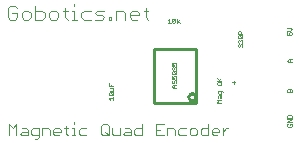
<source format=gto>
G75*
G70*
%OFA0B0*%
%FSLAX24Y24*%
%IPPOS*%
%LPD*%
%AMOC8*
5,1,8,0,0,1.08239X$1,22.5*
%
%ADD10C,0.0030*%
%ADD11C,0.0010*%
%ADD12C,0.0040*%
%ADD13C,0.0100*%
D10*
X001326Y000672D02*
X001388Y000672D01*
X001449Y000734D01*
X001449Y001042D01*
X001264Y001042D01*
X001202Y000981D01*
X001202Y000857D01*
X001264Y000796D01*
X001449Y000796D01*
X001571Y000796D02*
X001571Y001042D01*
X001756Y001042D01*
X001818Y000981D01*
X001818Y000796D01*
X001939Y000857D02*
X001939Y000981D01*
X002001Y001042D01*
X002124Y001042D01*
X002186Y000981D01*
X002186Y000919D01*
X001939Y000919D01*
X001939Y000857D02*
X002001Y000796D01*
X002124Y000796D01*
X002369Y000857D02*
X002431Y000796D01*
X002369Y000857D02*
X002369Y001104D01*
X002307Y001042D02*
X002431Y001042D01*
X002553Y001042D02*
X002615Y001042D01*
X002615Y000796D01*
X002676Y000796D02*
X002553Y000796D01*
X002798Y000857D02*
X002860Y000796D01*
X003045Y000796D01*
X002798Y000857D02*
X002798Y000981D01*
X002860Y001042D01*
X003045Y001042D01*
X002615Y001166D02*
X002615Y001228D01*
X003535Y001104D02*
X003535Y000857D01*
X003597Y000796D01*
X003720Y000796D01*
X003782Y000857D01*
X003782Y001104D01*
X003720Y001166D01*
X003597Y001166D01*
X003535Y001104D01*
X003658Y000919D02*
X003782Y000796D01*
X003903Y000857D02*
X003965Y000796D01*
X004150Y000796D01*
X004150Y001042D01*
X004333Y001042D02*
X004457Y001042D01*
X004518Y000981D01*
X004518Y000796D01*
X004333Y000796D01*
X004272Y000857D01*
X004333Y000919D01*
X004518Y000919D01*
X004640Y000857D02*
X004702Y000796D01*
X004887Y000796D01*
X004887Y001166D01*
X004887Y001042D02*
X004702Y001042D01*
X004640Y000981D01*
X004640Y000857D01*
X003903Y000857D02*
X003903Y001042D01*
X005376Y000981D02*
X005500Y000981D01*
X005745Y001042D02*
X005930Y001042D01*
X005992Y000981D01*
X005992Y000796D01*
X006113Y000857D02*
X006175Y000796D01*
X006360Y000796D01*
X006481Y000857D02*
X006543Y000796D01*
X006667Y000796D01*
X006728Y000857D01*
X006728Y000981D01*
X006667Y001042D01*
X006543Y001042D01*
X006481Y000981D01*
X006481Y000857D01*
X006360Y001042D02*
X006175Y001042D01*
X006113Y000981D01*
X006113Y000857D01*
X005745Y000796D02*
X005745Y001042D01*
X005623Y001166D02*
X005376Y001166D01*
X005376Y000796D01*
X005623Y000796D01*
X006850Y000857D02*
X006911Y000796D01*
X007097Y000796D01*
X007097Y001166D01*
X007097Y001042D02*
X006911Y001042D01*
X006850Y000981D01*
X006850Y000857D01*
X007218Y000857D02*
X007218Y000981D01*
X007280Y001042D01*
X007403Y001042D01*
X007465Y000981D01*
X007465Y000919D01*
X007218Y000919D01*
X007218Y000857D02*
X007280Y000796D01*
X007403Y000796D01*
X007586Y000796D02*
X007586Y001042D01*
X007586Y000919D02*
X007710Y001042D01*
X007771Y001042D01*
X001081Y000981D02*
X001081Y000796D01*
X000896Y000796D01*
X000834Y000857D01*
X000896Y000919D01*
X001081Y000919D01*
X001081Y000981D02*
X001019Y001042D01*
X000896Y001042D01*
X000713Y001166D02*
X000713Y000796D01*
X000466Y000796D02*
X000466Y001166D01*
X000589Y001042D01*
X000713Y001166D01*
D11*
X003796Y002036D02*
X003846Y001986D01*
X003796Y002036D02*
X003946Y002036D01*
X003946Y001986D02*
X003946Y002086D01*
X003921Y002133D02*
X003821Y002233D01*
X003921Y002233D01*
X003946Y002208D01*
X003946Y002158D01*
X003921Y002133D01*
X003821Y002133D01*
X003796Y002158D01*
X003796Y002208D01*
X003821Y002233D01*
X003846Y002280D02*
X003921Y002280D01*
X003946Y002305D01*
X003946Y002380D01*
X003846Y002380D01*
X003871Y002428D02*
X003871Y002478D01*
X003946Y002428D02*
X003796Y002428D01*
X003796Y002528D01*
X005896Y002558D02*
X005921Y002533D01*
X005946Y002533D01*
X005971Y002558D01*
X005971Y002608D01*
X005996Y002633D01*
X006021Y002633D01*
X006046Y002608D01*
X006046Y002558D01*
X006021Y002533D01*
X006046Y002486D02*
X005946Y002486D01*
X005896Y002436D01*
X005946Y002386D01*
X006046Y002386D01*
X005971Y002386D02*
X005971Y002486D01*
X005896Y002558D02*
X005896Y002608D01*
X005921Y002633D01*
X005896Y002680D02*
X005971Y002680D01*
X005946Y002730D01*
X005946Y002755D01*
X005971Y002780D01*
X006021Y002780D01*
X006046Y002755D01*
X006046Y002705D01*
X006021Y002680D01*
X005896Y002680D02*
X005896Y002780D01*
X005921Y002828D02*
X005896Y002853D01*
X005896Y002903D01*
X005921Y002928D01*
X006021Y002828D01*
X006046Y002853D01*
X006046Y002903D01*
X006021Y002928D01*
X005921Y002928D01*
X005921Y002975D02*
X005896Y003000D01*
X005896Y003050D01*
X005921Y003075D01*
X005946Y003075D01*
X005971Y003050D01*
X005996Y003075D01*
X006021Y003075D01*
X006046Y003050D01*
X006046Y003000D01*
X006021Y002975D01*
X005971Y003025D02*
X005971Y003050D01*
X005971Y003122D02*
X005946Y003172D01*
X005946Y003197D01*
X005971Y003222D01*
X006021Y003222D01*
X006046Y003197D01*
X006046Y003147D01*
X006021Y003122D01*
X005971Y003122D02*
X005896Y003122D01*
X005896Y003222D01*
X005921Y002828D02*
X006021Y002828D01*
X007396Y002722D02*
X007496Y002622D01*
X007471Y002647D02*
X007546Y002722D01*
X007546Y002622D02*
X007396Y002622D01*
X007421Y002575D02*
X007396Y002550D01*
X007396Y002500D01*
X007421Y002475D01*
X007521Y002475D01*
X007546Y002500D01*
X007546Y002550D01*
X007521Y002575D01*
X007421Y002575D01*
X007446Y002280D02*
X007446Y002205D01*
X007471Y002180D01*
X007521Y002180D01*
X007546Y002205D01*
X007546Y002280D01*
X007571Y002280D02*
X007446Y002280D01*
X007571Y002280D02*
X007596Y002255D01*
X007596Y002230D01*
X007546Y002133D02*
X007546Y002058D01*
X007521Y002033D01*
X007496Y002058D01*
X007496Y002133D01*
X007471Y002133D02*
X007546Y002133D01*
X007471Y002133D02*
X007446Y002108D01*
X007446Y002058D01*
X007396Y001986D02*
X007546Y001986D01*
X007446Y001936D02*
X007396Y001986D01*
X007446Y001936D02*
X007396Y001886D01*
X007546Y001886D01*
X007956Y002511D02*
X007956Y002611D01*
X007906Y002561D02*
X008006Y002561D01*
X009746Y002311D02*
X009746Y002236D01*
X009896Y002236D01*
X009896Y002311D01*
X009871Y002336D01*
X009846Y002336D01*
X009821Y002311D01*
X009821Y002236D01*
X009821Y002311D02*
X009796Y002336D01*
X009771Y002336D01*
X009746Y002311D01*
X009771Y001480D02*
X009746Y001455D01*
X009746Y001380D01*
X009896Y001380D01*
X009896Y001455D01*
X009871Y001480D01*
X009771Y001480D01*
X009746Y001333D02*
X009896Y001333D01*
X009746Y001233D01*
X009896Y001233D01*
X009871Y001186D02*
X009896Y001161D01*
X009896Y001111D01*
X009871Y001086D01*
X009771Y001086D01*
X009746Y001111D01*
X009746Y001161D01*
X009771Y001186D01*
X009821Y001186D02*
X009821Y001136D01*
X009821Y001186D02*
X009871Y001186D01*
X009896Y003236D02*
X009796Y003236D01*
X009746Y003286D01*
X009796Y003336D01*
X009896Y003336D01*
X009821Y003336D02*
X009821Y003236D01*
X008246Y003761D02*
X008221Y003736D01*
X008246Y003761D02*
X008246Y003811D01*
X008221Y003836D01*
X008196Y003836D01*
X008171Y003811D01*
X008171Y003786D01*
X008171Y003811D02*
X008146Y003836D01*
X008121Y003836D01*
X008096Y003811D01*
X008096Y003761D01*
X008121Y003736D01*
X008121Y003883D02*
X008096Y003908D01*
X008096Y003958D01*
X008121Y003983D01*
X008146Y003983D01*
X008171Y003958D01*
X008196Y003983D01*
X008221Y003983D01*
X008246Y003958D01*
X008246Y003908D01*
X008221Y003883D01*
X008171Y003933D02*
X008171Y003958D01*
X008221Y004030D02*
X008121Y004030D01*
X008096Y004055D01*
X008096Y004105D01*
X008121Y004130D01*
X008221Y004030D01*
X008246Y004055D01*
X008246Y004105D01*
X008221Y004130D01*
X008121Y004130D01*
X008096Y004178D02*
X008096Y004253D01*
X008121Y004278D01*
X008171Y004278D01*
X008196Y004253D01*
X008196Y004178D01*
X008196Y004228D02*
X008246Y004278D01*
X008246Y004178D02*
X008096Y004178D01*
X009746Y004136D02*
X009821Y004136D01*
X009796Y004186D01*
X009796Y004211D01*
X009821Y004236D01*
X009871Y004236D01*
X009896Y004211D01*
X009896Y004161D01*
X009871Y004136D01*
X009746Y004136D02*
X009746Y004236D01*
X009746Y004283D02*
X009846Y004283D01*
X009896Y004333D01*
X009846Y004383D01*
X009746Y004383D01*
X006151Y004536D02*
X006075Y004611D01*
X006050Y004586D02*
X006151Y004686D01*
X006050Y004686D02*
X006050Y004536D01*
X006003Y004561D02*
X005978Y004536D01*
X005928Y004536D01*
X005903Y004561D01*
X006003Y004661D01*
X006003Y004561D01*
X005903Y004561D02*
X005903Y004661D01*
X005928Y004686D01*
X005978Y004686D01*
X006003Y004661D01*
X005856Y004536D02*
X005756Y004536D01*
X005806Y004536D02*
X005806Y004686D01*
X005756Y004636D01*
D12*
X005101Y004651D02*
X005024Y004727D01*
X005024Y005034D01*
X004948Y004958D02*
X005101Y004958D01*
X004794Y004881D02*
X004794Y004804D01*
X004487Y004804D01*
X004487Y004727D02*
X004487Y004881D01*
X004564Y004958D01*
X004717Y004958D01*
X004794Y004881D01*
X004564Y004651D02*
X004487Y004727D01*
X004564Y004651D02*
X004717Y004651D01*
X004334Y004651D02*
X004334Y004881D01*
X004257Y004958D01*
X004027Y004958D01*
X004027Y004651D01*
X003873Y004651D02*
X003797Y004651D01*
X003797Y004727D01*
X003873Y004727D01*
X003873Y004651D01*
X003643Y004727D02*
X003566Y004804D01*
X003413Y004804D01*
X003336Y004881D01*
X003413Y004958D01*
X003643Y004958D01*
X003183Y004958D02*
X002953Y004958D01*
X002876Y004881D01*
X002876Y004727D01*
X002953Y004651D01*
X003183Y004651D01*
X003336Y004651D02*
X003566Y004651D01*
X003643Y004727D01*
X002723Y004651D02*
X002569Y004651D01*
X002646Y004651D02*
X002646Y004958D01*
X002569Y004958D01*
X002416Y004958D02*
X002262Y004958D01*
X002339Y005034D02*
X002339Y004727D01*
X002416Y004651D01*
X002109Y004727D02*
X002109Y004881D01*
X002032Y004958D01*
X001879Y004958D01*
X001802Y004881D01*
X001802Y004727D01*
X001879Y004651D01*
X002032Y004651D01*
X002109Y004727D01*
X001648Y004727D02*
X001648Y004881D01*
X001572Y004958D01*
X001341Y004958D01*
X001341Y005111D02*
X001341Y004651D01*
X001572Y004651D01*
X001648Y004727D01*
X001188Y004727D02*
X001188Y004881D01*
X001111Y004958D01*
X000958Y004958D01*
X000881Y004881D01*
X000881Y004727D01*
X000958Y004651D01*
X001111Y004651D01*
X001188Y004727D01*
X000728Y004727D02*
X000651Y004651D01*
X000497Y004651D01*
X000421Y004727D01*
X000421Y005034D01*
X000497Y005111D01*
X000651Y005111D01*
X000728Y005034D01*
X000728Y004881D02*
X000574Y004881D01*
X000728Y004881D02*
X000728Y004727D01*
X002646Y005111D02*
X002646Y005188D01*
D13*
X005301Y003681D02*
X005301Y001881D01*
X006701Y001881D01*
X006701Y003681D01*
X005301Y003681D01*
X006439Y002081D02*
X006441Y002102D01*
X006447Y002121D01*
X006456Y002140D01*
X006468Y002156D01*
X006484Y002170D01*
X006501Y002181D01*
X006520Y002189D01*
X006541Y002193D01*
X006561Y002193D01*
X006582Y002189D01*
X006601Y002181D01*
X006618Y002170D01*
X006634Y002156D01*
X006646Y002140D01*
X006655Y002121D01*
X006661Y002102D01*
X006663Y002081D01*
X006661Y002060D01*
X006655Y002041D01*
X006646Y002022D01*
X006634Y002006D01*
X006618Y001992D01*
X006601Y001981D01*
X006582Y001973D01*
X006561Y001969D01*
X006541Y001969D01*
X006520Y001973D01*
X006501Y001981D01*
X006484Y001992D01*
X006468Y002006D01*
X006456Y002022D01*
X006447Y002041D01*
X006441Y002060D01*
X006439Y002081D01*
M02*

</source>
